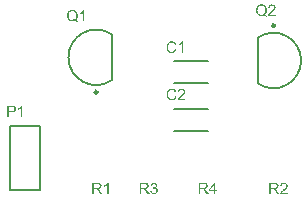
<source format=gto>
G04*
G04 #@! TF.GenerationSoftware,Altium Limited,Altium Designer,25.2.1 (25)*
G04*
G04 Layer_Color=65535*
%FSLAX44Y44*%
%MOMM*%
G71*
G04*
G04 #@! TF.SameCoordinates,E59C81FF-183B-4B4C-A30A-65E7F72278B8*
G04*
G04*
G04 #@! TF.FilePolarity,Positive*
G04*
G01*
G75*
%ADD10C,0.2000*%
%ADD11C,0.2500*%
G36*
X190916Y110318D02*
X192220D01*
Y109236D01*
X190916D01*
Y106934D01*
X189737D01*
Y109236D01*
X185563D01*
Y110318D01*
X189959Y116531D01*
X190916D01*
Y110318D01*
D02*
G37*
G36*
X181347Y116517D02*
X181472D01*
X181763Y116503D01*
X182068Y116462D01*
X182401Y116420D01*
X182706Y116351D01*
X182858Y116309D01*
X182983Y116267D01*
X182997D01*
X183011Y116254D01*
X183094Y116212D01*
X183219Y116157D01*
X183372Y116059D01*
X183538Y115935D01*
X183718Y115768D01*
X183885Y115574D01*
X184051Y115352D01*
Y115338D01*
X184065Y115324D01*
X184120Y115241D01*
X184176Y115103D01*
X184259Y114922D01*
X184328Y114714D01*
X184398Y114465D01*
X184439Y114201D01*
X184453Y113910D01*
Y113896D01*
Y113868D01*
Y113813D01*
X184439Y113743D01*
Y113646D01*
X184426Y113549D01*
X184370Y113314D01*
X184287Y113036D01*
X184176Y112745D01*
X184009Y112454D01*
X183899Y112315D01*
X183787Y112176D01*
X183774Y112162D01*
X183760Y112149D01*
X183718Y112107D01*
X183663Y112065D01*
X183593Y112010D01*
X183510Y111954D01*
X183399Y111885D01*
X183288Y111802D01*
X183150Y111733D01*
X182997Y111663D01*
X182831Y111580D01*
X182650Y111511D01*
X182442Y111455D01*
X182234Y111386D01*
X181999Y111344D01*
X181749Y111302D01*
X181777Y111289D01*
X181832Y111261D01*
X181915Y111206D01*
X182026Y111150D01*
X182276Y110997D01*
X182401Y110900D01*
X182512Y110817D01*
X182539Y110789D01*
X182609Y110720D01*
X182720Y110609D01*
X182858Y110470D01*
X183011Y110276D01*
X183191Y110068D01*
X183372Y109819D01*
X183566Y109541D01*
X185216Y106934D01*
X183635D01*
X182373Y108931D01*
Y108945D01*
X182345Y108973D01*
X182318Y109014D01*
X182276Y109070D01*
X182179Y109222D01*
X182054Y109416D01*
X181901Y109625D01*
X181749Y109846D01*
X181596Y110054D01*
X181458Y110248D01*
X181444Y110262D01*
X181402Y110318D01*
X181333Y110401D01*
X181236Y110498D01*
X181028Y110706D01*
X180917Y110803D01*
X180806Y110886D01*
X180792Y110900D01*
X180764Y110914D01*
X180709Y110942D01*
X180625Y110984D01*
X180542Y111025D01*
X180445Y111067D01*
X180223Y111136D01*
X180210D01*
X180182Y111150D01*
X180126D01*
X180057Y111164D01*
X179960Y111178D01*
X179849D01*
X179696Y111192D01*
X178060D01*
Y106934D01*
X176784D01*
Y116531D01*
X181236D01*
X181347Y116517D01*
D02*
G37*
G36*
X139228Y116559D02*
X139408Y116531D01*
X139630Y116489D01*
X139879Y116420D01*
X140129Y116337D01*
X140379Y116226D01*
X140393D01*
X140406Y116212D01*
X140490Y116170D01*
X140614Y116087D01*
X140753Y115990D01*
X140920Y115851D01*
X141086Y115699D01*
X141252Y115519D01*
X141391Y115310D01*
X141405Y115283D01*
X141447Y115213D01*
X141502Y115089D01*
X141571Y114936D01*
X141641Y114756D01*
X141696Y114548D01*
X141738Y114312D01*
X141752Y114076D01*
Y114049D01*
Y113965D01*
X141738Y113854D01*
X141710Y113702D01*
X141668Y113521D01*
X141599Y113327D01*
X141516Y113133D01*
X141405Y112939D01*
X141391Y112911D01*
X141349Y112856D01*
X141266Y112759D01*
X141155Y112648D01*
X141017Y112523D01*
X140850Y112384D01*
X140656Y112260D01*
X140420Y112135D01*
X140434D01*
X140462Y112121D01*
X140504Y112107D01*
X140559Y112093D01*
X140711Y112038D01*
X140906Y111954D01*
X141128Y111843D01*
X141349Y111705D01*
X141558Y111524D01*
X141752Y111316D01*
X141765Y111289D01*
X141821Y111206D01*
X141904Y111067D01*
X141987Y110886D01*
X142071Y110665D01*
X142154Y110401D01*
X142209Y110096D01*
X142223Y109763D01*
Y109749D01*
Y109708D01*
Y109638D01*
X142209Y109555D01*
X142195Y109444D01*
X142168Y109319D01*
X142140Y109181D01*
X142112Y109028D01*
X142001Y108695D01*
X141918Y108515D01*
X141835Y108349D01*
X141724Y108168D01*
X141599Y107988D01*
X141460Y107808D01*
X141294Y107641D01*
X141280Y107627D01*
X141252Y107600D01*
X141197Y107558D01*
X141128Y107503D01*
X141044Y107433D01*
X140933Y107364D01*
X140809Y107281D01*
X140656Y107211D01*
X140504Y107128D01*
X140323Y107045D01*
X140143Y106976D01*
X139935Y106906D01*
X139713Y106851D01*
X139477Y106809D01*
X139241Y106781D01*
X138978Y106768D01*
X138853D01*
X138770Y106781D01*
X138659Y106795D01*
X138534Y106809D01*
X138396Y106837D01*
X138243Y106865D01*
X137910Y106948D01*
X137563Y107087D01*
X137383Y107170D01*
X137217Y107267D01*
X137050Y107392D01*
X136884Y107516D01*
X136870Y107530D01*
X136842Y107558D01*
X136801Y107600D01*
X136759Y107655D01*
X136690Y107725D01*
X136620Y107822D01*
X136537Y107919D01*
X136454Y108043D01*
X136371Y108182D01*
X136287Y108321D01*
X136135Y108654D01*
X136010Y109042D01*
X135969Y109250D01*
X135941Y109472D01*
X137120Y109625D01*
Y109611D01*
X137133Y109583D01*
X137147Y109527D01*
X137161Y109458D01*
X137175Y109375D01*
X137203Y109278D01*
X137272Y109070D01*
X137369Y108820D01*
X137494Y108584D01*
X137633Y108362D01*
X137799Y108168D01*
X137827Y108154D01*
X137882Y108099D01*
X137993Y108030D01*
X138132Y107960D01*
X138298Y107877D01*
X138506Y107808D01*
X138742Y107752D01*
X138992Y107738D01*
X139075D01*
X139130Y107752D01*
X139283Y107766D01*
X139477Y107808D01*
X139699Y107877D01*
X139935Y107974D01*
X140171Y108113D01*
X140393Y108307D01*
X140420Y108335D01*
X140490Y108418D01*
X140573Y108543D01*
X140684Y108709D01*
X140795Y108917D01*
X140878Y109153D01*
X140947Y109430D01*
X140975Y109735D01*
Y109749D01*
Y109777D01*
Y109819D01*
X140961Y109874D01*
X140947Y110027D01*
X140906Y110207D01*
X140850Y110429D01*
X140753Y110651D01*
X140614Y110873D01*
X140434Y111081D01*
X140406Y111108D01*
X140337Y111164D01*
X140226Y111247D01*
X140073Y111344D01*
X139879Y111441D01*
X139644Y111524D01*
X139380Y111580D01*
X139089Y111608D01*
X138964D01*
X138867Y111594D01*
X138742Y111580D01*
X138603Y111552D01*
X138437Y111524D01*
X138257Y111483D01*
X138396Y112523D01*
X138465D01*
X138520Y112509D01*
X138701D01*
X138853Y112537D01*
X139033Y112565D01*
X139241Y112606D01*
X139477Y112676D01*
X139699Y112773D01*
X139935Y112897D01*
X139949D01*
X139963Y112911D01*
X140032Y112967D01*
X140129Y113064D01*
X140240Y113189D01*
X140351Y113369D01*
X140448Y113577D01*
X140517Y113813D01*
X140545Y113951D01*
Y114104D01*
Y114118D01*
Y114132D01*
Y114215D01*
X140517Y114326D01*
X140490Y114478D01*
X140434Y114645D01*
X140365Y114825D01*
X140254Y115005D01*
X140101Y115172D01*
X140087Y115186D01*
X140018Y115241D01*
X139921Y115310D01*
X139796Y115394D01*
X139630Y115463D01*
X139436Y115532D01*
X139214Y115588D01*
X138964Y115602D01*
X138853D01*
X138728Y115574D01*
X138562Y115546D01*
X138382Y115491D01*
X138201Y115421D01*
X138007Y115310D01*
X137827Y115172D01*
X137813Y115158D01*
X137758Y115089D01*
X137674Y114992D01*
X137577Y114853D01*
X137480Y114673D01*
X137383Y114451D01*
X137300Y114187D01*
X137244Y113882D01*
X136066Y114090D01*
Y114104D01*
X136079Y114146D01*
X136093Y114201D01*
X136107Y114284D01*
X136135Y114381D01*
X136177Y114492D01*
X136260Y114756D01*
X136398Y115061D01*
X136565Y115366D01*
X136773Y115657D01*
X137036Y115921D01*
X137050Y115935D01*
X137078Y115948D01*
X137120Y115976D01*
X137175Y116018D01*
X137244Y116073D01*
X137341Y116129D01*
X137438Y116184D01*
X137563Y116254D01*
X137841Y116364D01*
X138160Y116475D01*
X138534Y116545D01*
X138728Y116573D01*
X139075D01*
X139228Y116559D01*
D02*
G37*
G36*
X131309Y116517D02*
X131433D01*
X131725Y116503D01*
X132030Y116462D01*
X132363Y116420D01*
X132668Y116351D01*
X132820Y116309D01*
X132945Y116267D01*
X132959D01*
X132973Y116254D01*
X133056Y116212D01*
X133181Y116157D01*
X133334Y116059D01*
X133500Y115935D01*
X133680Y115768D01*
X133847Y115574D01*
X134013Y115352D01*
Y115338D01*
X134027Y115324D01*
X134082Y115241D01*
X134138Y115103D01*
X134221Y114922D01*
X134290Y114714D01*
X134360Y114465D01*
X134401Y114201D01*
X134415Y113910D01*
Y113896D01*
Y113868D01*
Y113813D01*
X134401Y113743D01*
Y113646D01*
X134388Y113549D01*
X134332Y113314D01*
X134249Y113036D01*
X134138Y112745D01*
X133971Y112454D01*
X133861Y112315D01*
X133750Y112176D01*
X133736Y112162D01*
X133722Y112149D01*
X133680Y112107D01*
X133625Y112065D01*
X133555Y112010D01*
X133472Y111954D01*
X133361Y111885D01*
X133250Y111802D01*
X133112Y111733D01*
X132959Y111663D01*
X132793Y111580D01*
X132612Y111511D01*
X132404Y111455D01*
X132196Y111386D01*
X131960Y111344D01*
X131711Y111302D01*
X131739Y111289D01*
X131794Y111261D01*
X131877Y111206D01*
X131988Y111150D01*
X132238Y110997D01*
X132363Y110900D01*
X132474Y110817D01*
X132501Y110789D01*
X132571Y110720D01*
X132682Y110609D01*
X132820Y110470D01*
X132973Y110276D01*
X133153Y110068D01*
X133334Y109819D01*
X133528Y109541D01*
X135178Y106934D01*
X133597D01*
X132335Y108931D01*
Y108945D01*
X132307Y108973D01*
X132280Y109014D01*
X132238Y109070D01*
X132141Y109222D01*
X132016Y109416D01*
X131863Y109625D01*
X131711Y109846D01*
X131558Y110054D01*
X131420Y110248D01*
X131406Y110262D01*
X131364Y110318D01*
X131295Y110401D01*
X131198Y110498D01*
X130990Y110706D01*
X130879Y110803D01*
X130768Y110886D01*
X130754Y110900D01*
X130726Y110914D01*
X130671Y110942D01*
X130588Y110984D01*
X130504Y111025D01*
X130407Y111067D01*
X130185Y111136D01*
X130171D01*
X130144Y111150D01*
X130088D01*
X130019Y111164D01*
X129922Y111178D01*
X129811D01*
X129658Y111192D01*
X128022D01*
Y106934D01*
X126746D01*
Y116531D01*
X131198D01*
X131309Y116517D01*
D02*
G37*
G36*
X249321Y116559D02*
X249431Y116545D01*
X249570Y116531D01*
X249723Y116503D01*
X249875Y116475D01*
X250236Y116378D01*
X250596Y116240D01*
X250777Y116157D01*
X250957Y116059D01*
X251123Y115935D01*
X251276Y115796D01*
X251290Y115782D01*
X251318Y115768D01*
X251345Y115713D01*
X251401Y115657D01*
X251470Y115588D01*
X251539Y115491D01*
X251609Y115394D01*
X251692Y115269D01*
X251831Y115005D01*
X251969Y114673D01*
X252025Y114506D01*
X252053Y114312D01*
X252080Y114118D01*
X252094Y113910D01*
Y113882D01*
Y113813D01*
X252080Y113702D01*
X252066Y113549D01*
X252039Y113383D01*
X251983Y113189D01*
X251928Y112981D01*
X251845Y112773D01*
X251831Y112745D01*
X251803Y112676D01*
X251747Y112565D01*
X251664Y112412D01*
X251553Y112246D01*
X251415Y112038D01*
X251248Y111830D01*
X251054Y111594D01*
X251026Y111566D01*
X250957Y111483D01*
X250888Y111413D01*
X250818Y111344D01*
X250735Y111261D01*
X250624Y111150D01*
X250513Y111039D01*
X250375Y110914D01*
X250236Y110775D01*
X250069Y110623D01*
X249889Y110470D01*
X249695Y110290D01*
X249473Y110110D01*
X249251Y109916D01*
X249237Y109902D01*
X249210Y109874D01*
X249154Y109832D01*
X249085Y109777D01*
X249002Y109694D01*
X248904Y109611D01*
X248683Y109430D01*
X248447Y109222D01*
X248225Y109014D01*
X248031Y108834D01*
X247948Y108765D01*
X247878Y108695D01*
X247864Y108681D01*
X247823Y108640D01*
X247767Y108584D01*
X247698Y108501D01*
X247629Y108404D01*
X247545Y108307D01*
X247379Y108071D01*
X252108D01*
Y106934D01*
X245742D01*
Y106948D01*
Y107003D01*
Y107087D01*
X245756Y107198D01*
X245770Y107322D01*
X245798Y107461D01*
X245826Y107600D01*
X245881Y107752D01*
Y107766D01*
X245895Y107780D01*
X245923Y107863D01*
X245978Y107988D01*
X246061Y108154D01*
X246172Y108349D01*
X246311Y108570D01*
X246464Y108792D01*
X246658Y109028D01*
Y109042D01*
X246686Y109056D01*
X246755Y109139D01*
X246880Y109264D01*
X247060Y109444D01*
X247268Y109652D01*
X247532Y109902D01*
X247850Y110179D01*
X248197Y110470D01*
X248211Y110484D01*
X248267Y110526D01*
X248350Y110595D01*
X248447Y110679D01*
X248572Y110789D01*
X248724Y110914D01*
X248877Y111053D01*
X249057Y111206D01*
X249404Y111538D01*
X249750Y111871D01*
X249917Y112038D01*
X250069Y112204D01*
X250208Y112357D01*
X250319Y112509D01*
Y112523D01*
X250347Y112537D01*
X250375Y112578D01*
X250402Y112634D01*
X250499Y112787D01*
X250610Y112967D01*
X250707Y113189D01*
X250804Y113424D01*
X250860Y113688D01*
X250888Y113938D01*
Y113951D01*
Y113965D01*
X250874Y114049D01*
X250860Y114187D01*
X250818Y114340D01*
X250763Y114534D01*
X250666Y114728D01*
X250541Y114922D01*
X250375Y115116D01*
X250347Y115144D01*
X250277Y115200D01*
X250180Y115269D01*
X250028Y115366D01*
X249834Y115449D01*
X249612Y115532D01*
X249348Y115588D01*
X249057Y115602D01*
X248974D01*
X248918Y115588D01*
X248752Y115574D01*
X248558Y115532D01*
X248350Y115477D01*
X248114Y115380D01*
X247892Y115255D01*
X247684Y115089D01*
X247656Y115061D01*
X247601Y114992D01*
X247518Y114881D01*
X247434Y114714D01*
X247337Y114520D01*
X247254Y114270D01*
X247199Y113993D01*
X247171Y113674D01*
X245964Y113799D01*
Y113813D01*
X245978Y113854D01*
Y113924D01*
X245992Y114021D01*
X246020Y114132D01*
X246048Y114256D01*
X246089Y114409D01*
X246131Y114562D01*
X246242Y114895D01*
X246408Y115227D01*
X246505Y115394D01*
X246630Y115560D01*
X246755Y115713D01*
X246894Y115851D01*
X246907Y115865D01*
X246935Y115879D01*
X246977Y115921D01*
X247046Y115962D01*
X247129Y116018D01*
X247226Y116073D01*
X247337Y116143D01*
X247476Y116212D01*
X247629Y116281D01*
X247795Y116351D01*
X247975Y116406D01*
X248169Y116462D01*
X248377Y116503D01*
X248599Y116545D01*
X248835Y116559D01*
X249085Y116573D01*
X249223D01*
X249321Y116559D01*
D02*
G37*
G36*
X241291Y116517D02*
X241416D01*
X241707Y116503D01*
X242012Y116462D01*
X242345Y116420D01*
X242650Y116351D01*
X242802Y116309D01*
X242927Y116267D01*
X242941D01*
X242955Y116254D01*
X243038Y116212D01*
X243163Y116157D01*
X243316Y116059D01*
X243482Y115935D01*
X243662Y115768D01*
X243829Y115574D01*
X243995Y115352D01*
Y115338D01*
X244009Y115324D01*
X244064Y115241D01*
X244120Y115103D01*
X244203Y114922D01*
X244272Y114714D01*
X244342Y114465D01*
X244383Y114201D01*
X244397Y113910D01*
Y113896D01*
Y113868D01*
Y113813D01*
X244383Y113743D01*
Y113646D01*
X244370Y113549D01*
X244314Y113314D01*
X244231Y113036D01*
X244120Y112745D01*
X243953Y112454D01*
X243843Y112315D01*
X243731Y112176D01*
X243718Y112162D01*
X243704Y112149D01*
X243662Y112107D01*
X243607Y112065D01*
X243537Y112010D01*
X243454Y111954D01*
X243343Y111885D01*
X243232Y111802D01*
X243094Y111733D01*
X242941Y111663D01*
X242775Y111580D01*
X242594Y111511D01*
X242386Y111455D01*
X242178Y111386D01*
X241943Y111344D01*
X241693Y111302D01*
X241721Y111289D01*
X241776Y111261D01*
X241859Y111206D01*
X241970Y111150D01*
X242220Y110997D01*
X242345Y110900D01*
X242456Y110817D01*
X242483Y110789D01*
X242553Y110720D01*
X242664Y110609D01*
X242802Y110470D01*
X242955Y110276D01*
X243135Y110068D01*
X243316Y109819D01*
X243510Y109541D01*
X245160Y106934D01*
X243579D01*
X242317Y108931D01*
Y108945D01*
X242289Y108973D01*
X242262Y109014D01*
X242220Y109070D01*
X242123Y109222D01*
X241998Y109416D01*
X241845Y109625D01*
X241693Y109846D01*
X241540Y110054D01*
X241402Y110248D01*
X241388Y110262D01*
X241346Y110318D01*
X241277Y110401D01*
X241180Y110498D01*
X240972Y110706D01*
X240861Y110803D01*
X240750Y110886D01*
X240736Y110900D01*
X240708Y110914D01*
X240653Y110942D01*
X240569Y110984D01*
X240486Y111025D01*
X240389Y111067D01*
X240167Y111136D01*
X240154D01*
X240126Y111150D01*
X240070D01*
X240001Y111164D01*
X239904Y111178D01*
X239793D01*
X239640Y111192D01*
X238004D01*
Y106934D01*
X236728D01*
Y116531D01*
X241180D01*
X241291Y116517D01*
D02*
G37*
G36*
X100487Y106934D02*
X99308D01*
Y114437D01*
X99294Y114423D01*
X99225Y114368D01*
X99142Y114284D01*
X99003Y114187D01*
X98850Y114062D01*
X98656Y113924D01*
X98434Y113771D01*
X98185Y113619D01*
X98171D01*
X98157Y113605D01*
X98074Y113549D01*
X97935Y113480D01*
X97769Y113397D01*
X97574Y113300D01*
X97366Y113202D01*
X97158Y113105D01*
X96950Y113022D01*
Y114159D01*
X96964D01*
X96992Y114187D01*
X97047Y114201D01*
X97117Y114243D01*
X97200Y114284D01*
X97297Y114340D01*
X97533Y114478D01*
X97810Y114631D01*
X98088Y114825D01*
X98379Y115047D01*
X98670Y115283D01*
X98684Y115297D01*
X98698Y115310D01*
X98739Y115352D01*
X98795Y115394D01*
X98920Y115532D01*
X99086Y115699D01*
X99253Y115893D01*
X99433Y116115D01*
X99585Y116337D01*
X99724Y116573D01*
X100487D01*
Y106934D01*
D02*
G37*
G36*
X91431Y116517D02*
X91556D01*
X91847Y116503D01*
X92152Y116462D01*
X92485Y116420D01*
X92790Y116351D01*
X92942Y116309D01*
X93067Y116267D01*
X93081D01*
X93095Y116254D01*
X93178Y116212D01*
X93303Y116157D01*
X93455Y116059D01*
X93622Y115935D01*
X93802Y115768D01*
X93969Y115574D01*
X94135Y115352D01*
Y115338D01*
X94149Y115324D01*
X94204Y115241D01*
X94260Y115103D01*
X94343Y114922D01*
X94412Y114714D01*
X94482Y114465D01*
X94523Y114201D01*
X94537Y113910D01*
Y113896D01*
Y113868D01*
Y113813D01*
X94523Y113743D01*
Y113646D01*
X94509Y113549D01*
X94454Y113314D01*
X94371Y113036D01*
X94260Y112745D01*
X94093Y112454D01*
X93982Y112315D01*
X93871Y112176D01*
X93858Y112162D01*
X93844Y112149D01*
X93802Y112107D01*
X93747Y112065D01*
X93677Y112010D01*
X93594Y111954D01*
X93483Y111885D01*
X93372Y111802D01*
X93234Y111733D01*
X93081Y111663D01*
X92915Y111580D01*
X92734Y111511D01*
X92526Y111455D01*
X92318Y111386D01*
X92083Y111344D01*
X91833Y111302D01*
X91861Y111289D01*
X91916Y111261D01*
X91999Y111206D01*
X92110Y111150D01*
X92360Y110997D01*
X92485Y110900D01*
X92596Y110817D01*
X92623Y110789D01*
X92693Y110720D01*
X92804Y110609D01*
X92942Y110470D01*
X93095Y110276D01*
X93275Y110068D01*
X93455Y109819D01*
X93650Y109541D01*
X95300Y106934D01*
X93719D01*
X92457Y108931D01*
Y108945D01*
X92429Y108973D01*
X92402Y109014D01*
X92360Y109070D01*
X92263Y109222D01*
X92138Y109416D01*
X91985Y109625D01*
X91833Y109846D01*
X91680Y110054D01*
X91542Y110248D01*
X91528Y110262D01*
X91486Y110318D01*
X91417Y110401D01*
X91320Y110498D01*
X91112Y110706D01*
X91001Y110803D01*
X90890Y110886D01*
X90876Y110900D01*
X90848Y110914D01*
X90793Y110942D01*
X90709Y110984D01*
X90626Y111025D01*
X90529Y111067D01*
X90307Y111136D01*
X90294D01*
X90266Y111150D01*
X90210D01*
X90141Y111164D01*
X90044Y111178D01*
X89933D01*
X89780Y111192D01*
X88144D01*
Y106934D01*
X86868D01*
Y116531D01*
X91320D01*
X91431Y116517D01*
D02*
G37*
G36*
X239111Y267435D02*
X239222Y267421D01*
X239361Y267407D01*
X239513Y267379D01*
X239666Y267351D01*
X240026Y267254D01*
X240387Y267116D01*
X240567Y267033D01*
X240747Y266935D01*
X240914Y266811D01*
X241066Y266672D01*
X241080Y266658D01*
X241108Y266644D01*
X241136Y266589D01*
X241191Y266533D01*
X241261Y266464D01*
X241330Y266367D01*
X241399Y266270D01*
X241482Y266145D01*
X241621Y265881D01*
X241760Y265549D01*
X241815Y265382D01*
X241843Y265188D01*
X241871Y264994D01*
X241885Y264786D01*
Y264758D01*
Y264689D01*
X241871Y264578D01*
X241857Y264425D01*
X241829Y264259D01*
X241774Y264065D01*
X241718Y263857D01*
X241635Y263649D01*
X241621Y263621D01*
X241593Y263552D01*
X241538Y263441D01*
X241455Y263288D01*
X241344Y263122D01*
X241205Y262914D01*
X241039Y262705D01*
X240844Y262470D01*
X240817Y262442D01*
X240747Y262359D01*
X240678Y262290D01*
X240609Y262220D01*
X240525Y262137D01*
X240415Y262026D01*
X240304Y261915D01*
X240165Y261790D01*
X240026Y261651D01*
X239860Y261499D01*
X239680Y261346D01*
X239485Y261166D01*
X239263Y260986D01*
X239042Y260792D01*
X239028Y260778D01*
X239000Y260750D01*
X238944Y260709D01*
X238875Y260653D01*
X238792Y260570D01*
X238695Y260487D01*
X238473Y260306D01*
X238237Y260098D01*
X238015Y259890D01*
X237821Y259710D01*
X237738Y259641D01*
X237669Y259571D01*
X237655Y259557D01*
X237613Y259516D01*
X237558Y259460D01*
X237488Y259377D01*
X237419Y259280D01*
X237336Y259183D01*
X237169Y258947D01*
X241898D01*
Y257810D01*
X235533D01*
Y257824D01*
Y257879D01*
Y257963D01*
X235547Y258074D01*
X235561Y258198D01*
X235588Y258337D01*
X235616Y258476D01*
X235672Y258628D01*
Y258642D01*
X235685Y258656D01*
X235713Y258739D01*
X235769Y258864D01*
X235852Y259030D01*
X235963Y259225D01*
X236101Y259447D01*
X236254Y259668D01*
X236448Y259904D01*
Y259918D01*
X236476Y259932D01*
X236545Y260015D01*
X236670Y260140D01*
X236850Y260320D01*
X237058Y260528D01*
X237322Y260778D01*
X237641Y261055D01*
X237988Y261346D01*
X238001Y261360D01*
X238057Y261402D01*
X238140Y261471D01*
X238237Y261555D01*
X238362Y261665D01*
X238515Y261790D01*
X238667Y261929D01*
X238847Y262082D01*
X239194Y262414D01*
X239541Y262747D01*
X239707Y262914D01*
X239860Y263080D01*
X239998Y263232D01*
X240110Y263385D01*
Y263399D01*
X240137Y263413D01*
X240165Y263454D01*
X240193Y263510D01*
X240290Y263662D01*
X240401Y263843D01*
X240498Y264065D01*
X240595Y264300D01*
X240650Y264564D01*
X240678Y264813D01*
Y264827D01*
Y264841D01*
X240664Y264925D01*
X240650Y265063D01*
X240609Y265216D01*
X240553Y265410D01*
X240456Y265604D01*
X240331Y265798D01*
X240165Y265992D01*
X240137Y266020D01*
X240068Y266076D01*
X239971Y266145D01*
X239818Y266242D01*
X239624Y266325D01*
X239402Y266408D01*
X239139Y266464D01*
X238847Y266478D01*
X238764D01*
X238709Y266464D01*
X238542Y266450D01*
X238348Y266408D01*
X238140Y266353D01*
X237904Y266256D01*
X237682Y266131D01*
X237474Y265965D01*
X237447Y265937D01*
X237391Y265868D01*
X237308Y265757D01*
X237225Y265590D01*
X237128Y265396D01*
X237045Y265146D01*
X236989Y264869D01*
X236961Y264550D01*
X235755Y264675D01*
Y264689D01*
X235769Y264730D01*
Y264800D01*
X235783Y264897D01*
X235810Y265008D01*
X235838Y265133D01*
X235880Y265285D01*
X235921Y265438D01*
X236032Y265770D01*
X236199Y266103D01*
X236296Y266270D01*
X236420Y266436D01*
X236545Y266589D01*
X236684Y266727D01*
X236698Y266741D01*
X236726Y266755D01*
X236767Y266797D01*
X236836Y266838D01*
X236920Y266894D01*
X237017Y266949D01*
X237128Y267019D01*
X237266Y267088D01*
X237419Y267157D01*
X237585Y267227D01*
X237766Y267282D01*
X237960Y267338D01*
X238168Y267379D01*
X238390Y267421D01*
X238626Y267435D01*
X238875Y267449D01*
X239014D01*
X239111Y267435D01*
D02*
G37*
G36*
X230110Y267560D02*
X230235D01*
X230360Y267546D01*
X230526Y267518D01*
X230693Y267490D01*
X231053Y267421D01*
X231469Y267310D01*
X231872Y267143D01*
X232080Y267046D01*
X232288Y266935D01*
X232302Y266922D01*
X232329Y266908D01*
X232385Y266866D01*
X232468Y266824D01*
X232551Y266755D01*
X232662Y266672D01*
X232898Y266478D01*
X233148Y266228D01*
X233425Y265923D01*
X233688Y265562D01*
X233910Y265160D01*
Y265146D01*
X233938Y265105D01*
X233966Y265049D01*
X233993Y264966D01*
X234049Y264855D01*
X234091Y264730D01*
X234146Y264578D01*
X234202Y264411D01*
X234243Y264231D01*
X234299Y264037D01*
X234354Y263829D01*
X234396Y263607D01*
X234451Y263122D01*
X234479Y262609D01*
Y262595D01*
Y262553D01*
Y262498D01*
Y262414D01*
X234465Y262303D01*
Y262178D01*
X234451Y262040D01*
X234437Y261901D01*
X234396Y261568D01*
X234326Y261208D01*
X234243Y260833D01*
X234118Y260473D01*
Y260459D01*
X234104Y260431D01*
X234077Y260376D01*
X234049Y260320D01*
X234007Y260237D01*
X233966Y260140D01*
X233855Y259918D01*
X233702Y259655D01*
X233508Y259377D01*
X233286Y259100D01*
X233037Y258822D01*
X233050D01*
X233078Y258795D01*
X233120Y258767D01*
X233189Y258725D01*
X233258Y258670D01*
X233356Y258614D01*
X233564Y258490D01*
X233813Y258337D01*
X234091Y258184D01*
X234382Y258060D01*
X234659Y257935D01*
X234285Y257061D01*
X234271D01*
X234243Y257075D01*
X234188Y257103D01*
X234104Y257130D01*
X234007Y257172D01*
X233896Y257227D01*
X233772Y257283D01*
X233633Y257352D01*
X233328Y257519D01*
X232981Y257713D01*
X232607Y257963D01*
X232218Y258240D01*
X232204D01*
X232177Y258212D01*
X232107Y258184D01*
X232038Y258143D01*
X231927Y258101D01*
X231816Y258046D01*
X231677Y258004D01*
X231525Y257949D01*
X231359Y257893D01*
X231178Y257838D01*
X230776Y257741D01*
X230332Y257671D01*
X230096Y257657D01*
X229861Y257644D01*
X229736D01*
X229639Y257657D01*
X229528D01*
X229389Y257671D01*
X229237Y257699D01*
X229070Y257727D01*
X228710Y257796D01*
X228307Y257907D01*
X227891Y258060D01*
X227697Y258157D01*
X227489Y258268D01*
X227475Y258281D01*
X227448Y258295D01*
X227392Y258337D01*
X227323Y258379D01*
X227226Y258448D01*
X227129Y258531D01*
X226893Y258725D01*
X226629Y258975D01*
X226366Y259280D01*
X226102Y259627D01*
X225867Y260029D01*
Y260043D01*
X225839Y260084D01*
X225811Y260140D01*
X225783Y260223D01*
X225742Y260334D01*
X225686Y260459D01*
X225631Y260611D01*
X225589Y260778D01*
X225534Y260958D01*
X225478Y261152D01*
X225437Y261360D01*
X225381Y261596D01*
X225326Y262082D01*
X225298Y262595D01*
Y262609D01*
Y262664D01*
Y262733D01*
X225312Y262830D01*
Y262955D01*
X225326Y263108D01*
X225340Y263274D01*
X225367Y263454D01*
X225437Y263857D01*
X225534Y264286D01*
X225672Y264744D01*
X225867Y265188D01*
X225881Y265202D01*
X225894Y265243D01*
X225922Y265299D01*
X225978Y265382D01*
X226033Y265479D01*
X226102Y265590D01*
X226297Y265854D01*
X226518Y266131D01*
X226810Y266422D01*
X227129Y266714D01*
X227503Y266963D01*
X227517Y266977D01*
X227558Y266991D01*
X227614Y267019D01*
X227697Y267060D01*
X227794Y267102D01*
X227905Y267157D01*
X228044Y267213D01*
X228197Y267268D01*
X228377Y267324D01*
X228557Y267379D01*
X228959Y267476D01*
X229403Y267546D01*
X229639Y267573D01*
X230013D01*
X230110Y267560D01*
D02*
G37*
G36*
X80117Y253238D02*
X78938D01*
Y260741D01*
X78924Y260727D01*
X78855Y260672D01*
X78772Y260588D01*
X78633Y260491D01*
X78481Y260366D01*
X78287Y260228D01*
X78065Y260075D01*
X77815Y259923D01*
X77801D01*
X77787Y259909D01*
X77704Y259853D01*
X77565Y259784D01*
X77399Y259701D01*
X77205Y259604D01*
X76997Y259506D01*
X76789Y259409D01*
X76581Y259326D01*
Y260463D01*
X76595D01*
X76622Y260491D01*
X76678Y260505D01*
X76747Y260547D01*
X76830Y260588D01*
X76927Y260644D01*
X77163Y260782D01*
X77441Y260935D01*
X77718Y261129D01*
X78009Y261351D01*
X78300Y261587D01*
X78314Y261601D01*
X78328Y261614D01*
X78370Y261656D01*
X78425Y261698D01*
X78550Y261836D01*
X78717Y262003D01*
X78883Y262197D01*
X79063Y262419D01*
X79216Y262641D01*
X79354Y262876D01*
X80117D01*
Y253238D01*
D02*
G37*
G36*
X70090Y262987D02*
X70215D01*
X70340Y262974D01*
X70506Y262946D01*
X70673Y262918D01*
X71033Y262849D01*
X71449Y262738D01*
X71852Y262571D01*
X72060Y262474D01*
X72268Y262363D01*
X72281Y262349D01*
X72309Y262336D01*
X72365Y262294D01*
X72448Y262253D01*
X72531Y262183D01*
X72642Y262100D01*
X72878Y261906D01*
X73127Y261656D01*
X73405Y261351D01*
X73668Y260990D01*
X73890Y260588D01*
Y260574D01*
X73918Y260533D01*
X73946Y260477D01*
X73973Y260394D01*
X74029Y260283D01*
X74071Y260158D01*
X74126Y260006D01*
X74181Y259839D01*
X74223Y259659D01*
X74279Y259465D01*
X74334Y259257D01*
X74376Y259035D01*
X74431Y258550D01*
X74459Y258036D01*
Y258023D01*
Y257981D01*
Y257925D01*
Y257842D01*
X74445Y257731D01*
Y257607D01*
X74431Y257468D01*
X74417Y257329D01*
X74376Y256996D01*
X74306Y256636D01*
X74223Y256261D01*
X74098Y255901D01*
Y255887D01*
X74084Y255859D01*
X74057Y255804D01*
X74029Y255748D01*
X73987Y255665D01*
X73946Y255568D01*
X73835Y255346D01*
X73682Y255082D01*
X73488Y254805D01*
X73266Y254528D01*
X73017Y254250D01*
X73030D01*
X73058Y254223D01*
X73100Y254195D01*
X73169Y254153D01*
X73239Y254098D01*
X73335Y254042D01*
X73544Y253918D01*
X73793Y253765D01*
X74071Y253612D01*
X74362Y253488D01*
X74639Y253363D01*
X74265Y252489D01*
X74251D01*
X74223Y252503D01*
X74168Y252531D01*
X74084Y252558D01*
X73987Y252600D01*
X73876Y252656D01*
X73752Y252711D01*
X73613Y252780D01*
X73308Y252947D01*
X72961Y253141D01*
X72587Y253391D01*
X72198Y253668D01*
X72185D01*
X72157Y253640D01*
X72087Y253612D01*
X72018Y253571D01*
X71907Y253529D01*
X71796Y253474D01*
X71658Y253432D01*
X71505Y253377D01*
X71339Y253321D01*
X71158Y253266D01*
X70756Y253169D01*
X70312Y253099D01*
X70076Y253085D01*
X69841Y253072D01*
X69716D01*
X69619Y253085D01*
X69508D01*
X69369Y253099D01*
X69217Y253127D01*
X69050Y253155D01*
X68690Y253224D01*
X68287Y253335D01*
X67871Y253488D01*
X67677Y253585D01*
X67469Y253696D01*
X67455Y253710D01*
X67428Y253723D01*
X67372Y253765D01*
X67303Y253807D01*
X67206Y253876D01*
X67109Y253959D01*
X66873Y254153D01*
X66609Y254403D01*
X66346Y254708D01*
X66082Y255055D01*
X65847Y255457D01*
Y255471D01*
X65819Y255512D01*
X65791Y255568D01*
X65763Y255651D01*
X65722Y255762D01*
X65666Y255887D01*
X65611Y256039D01*
X65569Y256206D01*
X65514Y256386D01*
X65458Y256580D01*
X65417Y256788D01*
X65361Y257024D01*
X65306Y257509D01*
X65278Y258023D01*
Y258036D01*
Y258092D01*
Y258161D01*
X65292Y258258D01*
Y258383D01*
X65306Y258536D01*
X65320Y258702D01*
X65347Y258882D01*
X65417Y259285D01*
X65514Y259715D01*
X65652Y260172D01*
X65847Y260616D01*
X65861Y260630D01*
X65874Y260672D01*
X65902Y260727D01*
X65958Y260810D01*
X66013Y260907D01*
X66082Y261018D01*
X66276Y261282D01*
X66498Y261559D01*
X66790Y261850D01*
X67109Y262141D01*
X67483Y262391D01*
X67497Y262405D01*
X67538Y262419D01*
X67594Y262447D01*
X67677Y262488D01*
X67774Y262530D01*
X67885Y262585D01*
X68024Y262641D01*
X68176Y262696D01*
X68357Y262752D01*
X68537Y262807D01*
X68939Y262904D01*
X69383Y262974D01*
X69619Y263001D01*
X69993D01*
X70090Y262987D01*
D02*
G37*
G36*
X27630Y172212D02*
X26451D01*
Y179715D01*
X26437Y179701D01*
X26368Y179646D01*
X26284Y179562D01*
X26146Y179465D01*
X25993Y179340D01*
X25799Y179202D01*
X25577Y179049D01*
X25327Y178897D01*
X25314D01*
X25300Y178883D01*
X25217Y178827D01*
X25078Y178758D01*
X24911Y178675D01*
X24717Y178578D01*
X24509Y178480D01*
X24301Y178383D01*
X24093Y178300D01*
Y179437D01*
X24107D01*
X24135Y179465D01*
X24190Y179479D01*
X24260Y179521D01*
X24343Y179562D01*
X24440Y179618D01*
X24676Y179756D01*
X24953Y179909D01*
X25230Y180103D01*
X25522Y180325D01*
X25813Y180561D01*
X25827Y180575D01*
X25841Y180588D01*
X25882Y180630D01*
X25938Y180672D01*
X26063Y180810D01*
X26229Y180977D01*
X26395Y181171D01*
X26576Y181393D01*
X26728Y181615D01*
X26867Y181850D01*
X27630D01*
Y172212D01*
D02*
G37*
G36*
X18879Y181795D02*
X19114Y181781D01*
X19364Y181767D01*
X19600Y181740D01*
X19808Y181712D01*
X19836D01*
X19933Y181684D01*
X20057Y181656D01*
X20224Y181615D01*
X20404Y181545D01*
X20598Y181462D01*
X20806Y181365D01*
X20987Y181254D01*
X21014Y181240D01*
X21070Y181199D01*
X21153Y181115D01*
X21264Y181018D01*
X21389Y180894D01*
X21514Y180727D01*
X21652Y180547D01*
X21763Y180339D01*
X21777Y180311D01*
X21805Y180242D01*
X21860Y180117D01*
X21916Y179951D01*
X21957Y179756D01*
X22013Y179534D01*
X22041Y179285D01*
X22055Y179021D01*
Y179007D01*
Y178966D01*
Y178910D01*
X22041Y178813D01*
X22027Y178716D01*
X22013Y178591D01*
X21985Y178453D01*
X21957Y178300D01*
X21860Y177981D01*
X21805Y177815D01*
X21722Y177635D01*
X21625Y177454D01*
X21528Y177288D01*
X21403Y177121D01*
X21264Y176955D01*
X21250Y176941D01*
X21222Y176913D01*
X21181Y176872D01*
X21112Y176830D01*
X21028Y176761D01*
X20917Y176691D01*
X20779Y176608D01*
X20626Y176539D01*
X20446Y176456D01*
X20238Y176373D01*
X20016Y176303D01*
X19752Y176248D01*
X19475Y176192D01*
X19170Y176151D01*
X18823Y176123D01*
X18463Y176109D01*
X16008D01*
Y172212D01*
X14732D01*
Y181809D01*
X18671D01*
X18879Y181795D01*
D02*
G37*
G36*
X154363Y196185D02*
X154488Y196172D01*
X154640Y196158D01*
X154793Y196144D01*
X154973Y196102D01*
X155347Y196019D01*
X155764Y195894D01*
X155972Y195811D01*
X156166Y195714D01*
X156360Y195589D01*
X156554Y195464D01*
X156568Y195450D01*
X156596Y195437D01*
X156651Y195395D01*
X156721Y195326D01*
X156790Y195256D01*
X156887Y195159D01*
X156984Y195048D01*
X157095Y194937D01*
X157206Y194799D01*
X157317Y194632D01*
X157442Y194466D01*
X157553Y194286D01*
X157650Y194077D01*
X157761Y193869D01*
X157844Y193648D01*
X157927Y193398D01*
X156679Y193107D01*
Y193121D01*
X156665Y193148D01*
X156637Y193204D01*
X156609Y193273D01*
X156582Y193356D01*
X156540Y193467D01*
X156429Y193689D01*
X156291Y193939D01*
X156124Y194188D01*
X155916Y194424D01*
X155694Y194632D01*
X155667Y194660D01*
X155583Y194715D01*
X155445Y194785D01*
X155264Y194882D01*
X155028Y194965D01*
X154765Y195048D01*
X154446Y195104D01*
X154099Y195118D01*
X153988D01*
X153919Y195104D01*
X153822D01*
X153711Y195090D01*
X153448Y195048D01*
X153156Y194993D01*
X152851Y194896D01*
X152532Y194757D01*
X152241Y194577D01*
X152227D01*
X152213Y194549D01*
X152116Y194480D01*
X151991Y194369D01*
X151839Y194202D01*
X151658Y193994D01*
X151492Y193759D01*
X151340Y193467D01*
X151201Y193148D01*
Y193134D01*
X151187Y193107D01*
X151173Y193065D01*
X151159Y192996D01*
X151131Y192913D01*
X151104Y192815D01*
X151062Y192580D01*
X151007Y192302D01*
X150951Y191997D01*
X150924Y191664D01*
X150910Y191304D01*
Y191290D01*
Y191248D01*
Y191179D01*
Y191096D01*
X150924Y190999D01*
Y190874D01*
X150937Y190735D01*
X150951Y190583D01*
X150993Y190250D01*
X151062Y189889D01*
X151145Y189529D01*
X151256Y189168D01*
Y189154D01*
X151270Y189126D01*
X151298Y189085D01*
X151326Y189016D01*
X151409Y188849D01*
X151534Y188655D01*
X151686Y188433D01*
X151880Y188197D01*
X152102Y187989D01*
X152366Y187795D01*
X152380D01*
X152407Y187781D01*
X152449Y187754D01*
X152505Y187726D01*
X152574Y187698D01*
X152657Y187656D01*
X152851Y187573D01*
X153101Y187490D01*
X153378Y187421D01*
X153683Y187365D01*
X154002Y187351D01*
X154099D01*
X154183Y187365D01*
X154280D01*
X154377Y187379D01*
X154626Y187435D01*
X154918Y187504D01*
X155209Y187615D01*
X155514Y187767D01*
X155667Y187851D01*
X155805Y187962D01*
X155819Y187975D01*
X155833Y187989D01*
X155875Y188031D01*
X155930Y188072D01*
X155985Y188142D01*
X156055Y188225D01*
X156138Y188308D01*
X156207Y188419D01*
X156291Y188544D01*
X156388Y188683D01*
X156471Y188821D01*
X156554Y188988D01*
X156623Y189168D01*
X156693Y189362D01*
X156762Y189570D01*
X156818Y189792D01*
X158094Y189473D01*
Y189459D01*
X158080Y189404D01*
X158052Y189321D01*
X158010Y189210D01*
X157969Y189085D01*
X157913Y188932D01*
X157844Y188766D01*
X157761Y188586D01*
X157566Y188197D01*
X157317Y187809D01*
X157164Y187615D01*
X157012Y187421D01*
X156845Y187254D01*
X156651Y187088D01*
X156637Y187074D01*
X156609Y187046D01*
X156540Y187019D01*
X156471Y186963D01*
X156360Y186894D01*
X156249Y186824D01*
X156096Y186755D01*
X155944Y186686D01*
X155764Y186602D01*
X155569Y186533D01*
X155361Y186464D01*
X155140Y186394D01*
X154904Y186339D01*
X154654Y186311D01*
X154391Y186283D01*
X154113Y186270D01*
X153961D01*
X153850Y186283D01*
X153725D01*
X153572Y186297D01*
X153406Y186325D01*
X153212Y186353D01*
X152810Y186422D01*
X152394Y186533D01*
X151978Y186686D01*
X151783Y186783D01*
X151589Y186894D01*
X151575Y186908D01*
X151548Y186921D01*
X151492Y186963D01*
X151437Y187019D01*
X151353Y187074D01*
X151256Y187157D01*
X151145Y187254D01*
X151034Y187365D01*
X150924Y187490D01*
X150799Y187615D01*
X150549Y187934D01*
X150313Y188308D01*
X150105Y188724D01*
Y188738D01*
X150077Y188780D01*
X150064Y188849D01*
X150022Y188932D01*
X149994Y189043D01*
X149953Y189182D01*
X149897Y189335D01*
X149856Y189501D01*
X149814Y189681D01*
X149759Y189889D01*
X149689Y190319D01*
X149634Y190805D01*
X149606Y191304D01*
Y191318D01*
Y191373D01*
Y191456D01*
X149620Y191553D01*
Y191692D01*
X149634Y191831D01*
X149648Y192011D01*
X149675Y192191D01*
X149745Y192594D01*
X149842Y193037D01*
X149980Y193481D01*
X150175Y193911D01*
X150189Y193925D01*
X150202Y193967D01*
X150230Y194022D01*
X150286Y194091D01*
X150341Y194188D01*
X150410Y194299D01*
X150591Y194549D01*
X150826Y194826D01*
X151104Y195104D01*
X151423Y195381D01*
X151797Y195617D01*
X151811Y195631D01*
X151853Y195645D01*
X151908Y195672D01*
X151978Y195714D01*
X152088Y195756D01*
X152199Y195797D01*
X152338Y195853D01*
X152491Y195908D01*
X152657Y195964D01*
X152837Y196019D01*
X153226Y196102D01*
X153669Y196172D01*
X154127Y196199D01*
X154266D01*
X154363Y196185D01*
D02*
G37*
G36*
X162587Y196061D02*
X162698Y196047D01*
X162836Y196033D01*
X162989Y196005D01*
X163142Y195977D01*
X163502Y195880D01*
X163863Y195742D01*
X164043Y195658D01*
X164223Y195561D01*
X164390Y195437D01*
X164542Y195298D01*
X164556Y195284D01*
X164584Y195270D01*
X164612Y195215D01*
X164667Y195159D01*
X164736Y195090D01*
X164806Y194993D01*
X164875Y194896D01*
X164958Y194771D01*
X165097Y194507D01*
X165236Y194175D01*
X165291Y194008D01*
X165319Y193814D01*
X165347Y193620D01*
X165361Y193412D01*
Y193384D01*
Y193315D01*
X165347Y193204D01*
X165333Y193051D01*
X165305Y192885D01*
X165250Y192691D01*
X165194Y192483D01*
X165111Y192275D01*
X165097Y192247D01*
X165069Y192178D01*
X165014Y192067D01*
X164931Y191914D01*
X164820Y191748D01*
X164681Y191540D01*
X164515Y191332D01*
X164320Y191096D01*
X164293Y191068D01*
X164223Y190985D01*
X164154Y190916D01*
X164085Y190846D01*
X164001Y190763D01*
X163890Y190652D01*
X163780Y190541D01*
X163641Y190416D01*
X163502Y190278D01*
X163336Y190125D01*
X163155Y189972D01*
X162961Y189792D01*
X162739Y189612D01*
X162518Y189418D01*
X162504Y189404D01*
X162476Y189376D01*
X162420Y189335D01*
X162351Y189279D01*
X162268Y189196D01*
X162171Y189113D01*
X161949Y188932D01*
X161713Y188724D01*
X161491Y188516D01*
X161297Y188336D01*
X161214Y188267D01*
X161145Y188197D01*
X161131Y188183D01*
X161089Y188142D01*
X161034Y188086D01*
X160964Y188003D01*
X160895Y187906D01*
X160812Y187809D01*
X160645Y187573D01*
X165374D01*
Y186436D01*
X159009D01*
Y186450D01*
Y186505D01*
Y186589D01*
X159023Y186700D01*
X159037Y186824D01*
X159064Y186963D01*
X159092Y187102D01*
X159148Y187254D01*
Y187268D01*
X159161Y187282D01*
X159189Y187365D01*
X159244Y187490D01*
X159328Y187656D01*
X159439Y187851D01*
X159577Y188072D01*
X159730Y188294D01*
X159924Y188530D01*
Y188544D01*
X159952Y188558D01*
X160021Y188641D01*
X160146Y188766D01*
X160326Y188946D01*
X160534Y189154D01*
X160798Y189404D01*
X161117Y189681D01*
X161464Y189972D01*
X161477Y189986D01*
X161533Y190028D01*
X161616Y190097D01*
X161713Y190180D01*
X161838Y190291D01*
X161991Y190416D01*
X162143Y190555D01*
X162323Y190707D01*
X162670Y191040D01*
X163017Y191373D01*
X163183Y191540D01*
X163336Y191706D01*
X163474Y191859D01*
X163585Y192011D01*
Y192025D01*
X163613Y192039D01*
X163641Y192080D01*
X163669Y192136D01*
X163766Y192288D01*
X163877Y192469D01*
X163974Y192691D01*
X164071Y192926D01*
X164126Y193190D01*
X164154Y193440D01*
Y193453D01*
Y193467D01*
X164140Y193550D01*
X164126Y193689D01*
X164085Y193842D01*
X164029Y194036D01*
X163932Y194230D01*
X163807Y194424D01*
X163641Y194618D01*
X163613Y194646D01*
X163544Y194702D01*
X163447Y194771D01*
X163294Y194868D01*
X163100Y194951D01*
X162878Y195034D01*
X162615Y195090D01*
X162323Y195104D01*
X162240D01*
X162185Y195090D01*
X162018Y195076D01*
X161824Y195034D01*
X161616Y194979D01*
X161380Y194882D01*
X161158Y194757D01*
X160950Y194591D01*
X160923Y194563D01*
X160867Y194494D01*
X160784Y194383D01*
X160701Y194216D01*
X160604Y194022D01*
X160520Y193772D01*
X160465Y193495D01*
X160437Y193176D01*
X159231Y193301D01*
Y193315D01*
X159244Y193356D01*
Y193426D01*
X159258Y193523D01*
X159286Y193634D01*
X159314Y193759D01*
X159355Y193911D01*
X159397Y194064D01*
X159508Y194396D01*
X159675Y194729D01*
X159771Y194896D01*
X159896Y195062D01*
X160021Y195215D01*
X160160Y195353D01*
X160174Y195367D01*
X160201Y195381D01*
X160243Y195423D01*
X160312Y195464D01*
X160396Y195520D01*
X160493Y195575D01*
X160604Y195645D01*
X160742Y195714D01*
X160895Y195783D01*
X161061Y195853D01*
X161242Y195908D01*
X161436Y195964D01*
X161644Y196005D01*
X161866Y196047D01*
X162101Y196061D01*
X162351Y196075D01*
X162490D01*
X162587Y196061D01*
D02*
G37*
G36*
X154363Y236318D02*
X154488Y236304D01*
X154640Y236290D01*
X154793Y236276D01*
X154973Y236234D01*
X155347Y236151D01*
X155764Y236026D01*
X155972Y235943D01*
X156166Y235846D01*
X156360Y235721D01*
X156554Y235596D01*
X156568Y235583D01*
X156596Y235569D01*
X156651Y235527D01*
X156721Y235458D01*
X156790Y235388D01*
X156887Y235291D01*
X156984Y235180D01*
X157095Y235069D01*
X157206Y234931D01*
X157317Y234764D01*
X157442Y234598D01*
X157553Y234417D01*
X157650Y234209D01*
X157761Y234002D01*
X157844Y233780D01*
X157927Y233530D01*
X156679Y233239D01*
Y233253D01*
X156665Y233280D01*
X156637Y233336D01*
X156609Y233405D01*
X156582Y233488D01*
X156540Y233599D01*
X156429Y233821D01*
X156291Y234071D01*
X156124Y234320D01*
X155916Y234556D01*
X155694Y234764D01*
X155667Y234792D01*
X155583Y234847D01*
X155445Y234917D01*
X155264Y235014D01*
X155028Y235097D01*
X154765Y235180D01*
X154446Y235236D01*
X154099Y235250D01*
X153988D01*
X153919Y235236D01*
X153822D01*
X153711Y235222D01*
X153448Y235180D01*
X153156Y235125D01*
X152851Y235028D01*
X152532Y234889D01*
X152241Y234709D01*
X152227D01*
X152213Y234681D01*
X152116Y234612D01*
X151991Y234501D01*
X151839Y234334D01*
X151658Y234126D01*
X151492Y233890D01*
X151340Y233599D01*
X151201Y233280D01*
Y233266D01*
X151187Y233239D01*
X151173Y233197D01*
X151159Y233128D01*
X151131Y233044D01*
X151104Y232948D01*
X151062Y232712D01*
X151007Y232434D01*
X150951Y232129D01*
X150924Y231796D01*
X150910Y231436D01*
Y231422D01*
Y231380D01*
Y231311D01*
Y231228D01*
X150924Y231131D01*
Y231006D01*
X150937Y230867D01*
X150951Y230715D01*
X150993Y230382D01*
X151062Y230021D01*
X151145Y229661D01*
X151256Y229300D01*
Y229286D01*
X151270Y229258D01*
X151298Y229217D01*
X151326Y229147D01*
X151409Y228981D01*
X151534Y228787D01*
X151686Y228565D01*
X151880Y228329D01*
X152102Y228121D01*
X152366Y227927D01*
X152380D01*
X152407Y227913D01*
X152449Y227885D01*
X152505Y227858D01*
X152574Y227830D01*
X152657Y227788D01*
X152851Y227705D01*
X153101Y227622D01*
X153378Y227553D01*
X153683Y227497D01*
X154002Y227483D01*
X154099D01*
X154183Y227497D01*
X154280D01*
X154377Y227511D01*
X154626Y227567D01*
X154918Y227636D01*
X155209Y227747D01*
X155514Y227899D01*
X155667Y227983D01*
X155805Y228093D01*
X155819Y228107D01*
X155833Y228121D01*
X155875Y228163D01*
X155930Y228204D01*
X155985Y228274D01*
X156055Y228357D01*
X156138Y228440D01*
X156207Y228551D01*
X156291Y228676D01*
X156388Y228815D01*
X156471Y228953D01*
X156554Y229120D01*
X156623Y229300D01*
X156693Y229494D01*
X156762Y229702D01*
X156818Y229924D01*
X158094Y229605D01*
Y229591D01*
X158080Y229536D01*
X158052Y229453D01*
X158010Y229342D01*
X157969Y229217D01*
X157913Y229064D01*
X157844Y228898D01*
X157761Y228718D01*
X157566Y228329D01*
X157317Y227941D01*
X157164Y227747D01*
X157012Y227553D01*
X156845Y227386D01*
X156651Y227220D01*
X156637Y227206D01*
X156609Y227178D01*
X156540Y227150D01*
X156471Y227095D01*
X156360Y227026D01*
X156249Y226956D01*
X156096Y226887D01*
X155944Y226818D01*
X155764Y226734D01*
X155569Y226665D01*
X155361Y226596D01*
X155140Y226526D01*
X154904Y226471D01*
X154654Y226443D01*
X154391Y226415D01*
X154113Y226402D01*
X153961D01*
X153850Y226415D01*
X153725D01*
X153572Y226429D01*
X153406Y226457D01*
X153212Y226485D01*
X152810Y226554D01*
X152394Y226665D01*
X151978Y226818D01*
X151783Y226915D01*
X151589Y227026D01*
X151575Y227040D01*
X151548Y227053D01*
X151492Y227095D01*
X151437Y227150D01*
X151353Y227206D01*
X151256Y227289D01*
X151145Y227386D01*
X151034Y227497D01*
X150924Y227622D01*
X150799Y227747D01*
X150549Y228066D01*
X150313Y228440D01*
X150105Y228856D01*
Y228870D01*
X150077Y228912D01*
X150064Y228981D01*
X150022Y229064D01*
X149994Y229175D01*
X149953Y229314D01*
X149897Y229466D01*
X149856Y229633D01*
X149814Y229813D01*
X149759Y230021D01*
X149689Y230451D01*
X149634Y230937D01*
X149606Y231436D01*
Y231450D01*
Y231505D01*
Y231588D01*
X149620Y231685D01*
Y231824D01*
X149634Y231963D01*
X149648Y232143D01*
X149675Y232323D01*
X149745Y232726D01*
X149842Y233169D01*
X149980Y233613D01*
X150175Y234043D01*
X150189Y234057D01*
X150202Y234098D01*
X150230Y234154D01*
X150286Y234223D01*
X150341Y234320D01*
X150410Y234431D01*
X150591Y234681D01*
X150826Y234958D01*
X151104Y235236D01*
X151423Y235513D01*
X151797Y235749D01*
X151811Y235763D01*
X151853Y235777D01*
X151908Y235804D01*
X151978Y235846D01*
X152088Y235888D01*
X152199Y235929D01*
X152338Y235985D01*
X152491Y236040D01*
X152657Y236096D01*
X152837Y236151D01*
X153226Y236234D01*
X153669Y236304D01*
X154127Y236331D01*
X154266D01*
X154363Y236318D01*
D02*
G37*
G36*
X163613Y226568D02*
X162434D01*
Y234071D01*
X162420Y234057D01*
X162351Y234002D01*
X162268Y233918D01*
X162129Y233821D01*
X161977Y233696D01*
X161782Y233558D01*
X161561Y233405D01*
X161311Y233253D01*
X161297D01*
X161283Y233239D01*
X161200Y233183D01*
X161061Y233114D01*
X160895Y233031D01*
X160701Y232934D01*
X160493Y232836D01*
X160285Y232739D01*
X160077Y232656D01*
Y233793D01*
X160091D01*
X160118Y233821D01*
X160174Y233835D01*
X160243Y233877D01*
X160326Y233918D01*
X160423Y233974D01*
X160659Y234112D01*
X160937Y234265D01*
X161214Y234459D01*
X161505Y234681D01*
X161796Y234917D01*
X161810Y234931D01*
X161824Y234944D01*
X161866Y234986D01*
X161921Y235028D01*
X162046Y235166D01*
X162212Y235333D01*
X162379Y235527D01*
X162559Y235749D01*
X162712Y235971D01*
X162850Y236206D01*
X163613D01*
Y226568D01*
D02*
G37*
%LPC*%
G36*
X189737Y114617D02*
X186714Y110318D01*
X189737D01*
Y114617D01*
D02*
G37*
G36*
X181083Y115463D02*
X178060D01*
Y112287D01*
X180917D01*
X181083Y112301D01*
X181277Y112315D01*
X181499Y112329D01*
X181721Y112357D01*
X181943Y112398D01*
X182137Y112454D01*
X182165Y112467D01*
X182220Y112495D01*
X182304Y112537D01*
X182415Y112592D01*
X182539Y112676D01*
X182664Y112773D01*
X182789Y112897D01*
X182886Y113036D01*
X182900Y113050D01*
X182928Y113105D01*
X182969Y113189D01*
X183025Y113300D01*
X183066Y113424D01*
X183108Y113563D01*
X183136Y113729D01*
X183150Y113896D01*
Y113910D01*
Y113924D01*
X183136Y114007D01*
X183122Y114132D01*
X183094Y114298D01*
X183025Y114465D01*
X182942Y114659D01*
X182817Y114839D01*
X182650Y115019D01*
X182623Y115033D01*
X182553Y115089D01*
X182442Y115158D01*
X182262Y115241D01*
X182054Y115324D01*
X181777Y115394D01*
X181458Y115449D01*
X181083Y115463D01*
D02*
G37*
G36*
X131045D02*
X128022D01*
Y112287D01*
X130879D01*
X131045Y112301D01*
X131239Y112315D01*
X131461Y112329D01*
X131683Y112357D01*
X131905Y112398D01*
X132099Y112454D01*
X132127Y112467D01*
X132182Y112495D01*
X132266Y112537D01*
X132377Y112592D01*
X132501Y112676D01*
X132626Y112773D01*
X132751Y112897D01*
X132848Y113036D01*
X132862Y113050D01*
X132890Y113105D01*
X132931Y113189D01*
X132987Y113300D01*
X133028Y113424D01*
X133070Y113563D01*
X133098Y113729D01*
X133112Y113896D01*
Y113910D01*
Y113924D01*
X133098Y114007D01*
X133084Y114132D01*
X133056Y114298D01*
X132987Y114465D01*
X132904Y114659D01*
X132779Y114839D01*
X132612Y115019D01*
X132585Y115033D01*
X132515Y115089D01*
X132404Y115158D01*
X132224Y115241D01*
X132016Y115324D01*
X131739Y115394D01*
X131420Y115449D01*
X131045Y115463D01*
D02*
G37*
G36*
X241027D02*
X238004D01*
Y112287D01*
X240861D01*
X241027Y112301D01*
X241221Y112315D01*
X241443Y112329D01*
X241665Y112357D01*
X241887Y112398D01*
X242081Y112454D01*
X242109Y112467D01*
X242164Y112495D01*
X242248Y112537D01*
X242359Y112592D01*
X242483Y112676D01*
X242608Y112773D01*
X242733Y112897D01*
X242830Y113036D01*
X242844Y113050D01*
X242872Y113105D01*
X242913Y113189D01*
X242969Y113300D01*
X243010Y113424D01*
X243052Y113563D01*
X243080Y113729D01*
X243094Y113896D01*
Y113910D01*
Y113924D01*
X243080Y114007D01*
X243066Y114132D01*
X243038Y114298D01*
X242969Y114465D01*
X242886Y114659D01*
X242761Y114839D01*
X242594Y115019D01*
X242567Y115033D01*
X242497Y115089D01*
X242386Y115158D01*
X242206Y115241D01*
X241998Y115324D01*
X241721Y115394D01*
X241402Y115449D01*
X241027Y115463D01*
D02*
G37*
G36*
X91167D02*
X88144D01*
Y112287D01*
X91001D01*
X91167Y112301D01*
X91361Y112315D01*
X91583Y112329D01*
X91805Y112357D01*
X92027Y112398D01*
X92221Y112454D01*
X92249Y112467D01*
X92304Y112495D01*
X92388Y112537D01*
X92499Y112592D01*
X92623Y112676D01*
X92748Y112773D01*
X92873Y112897D01*
X92970Y113036D01*
X92984Y113050D01*
X93012Y113105D01*
X93053Y113189D01*
X93109Y113300D01*
X93150Y113424D01*
X93192Y113563D01*
X93220Y113729D01*
X93234Y113896D01*
Y113910D01*
Y113924D01*
X93220Y114007D01*
X93206Y114132D01*
X93178Y114298D01*
X93109Y114465D01*
X93026Y114659D01*
X92901Y114839D01*
X92734Y115019D01*
X92707Y115033D01*
X92637Y115089D01*
X92526Y115158D01*
X92346Y115241D01*
X92138Y115324D01*
X91861Y115394D01*
X91542Y115449D01*
X91167Y115463D01*
D02*
G37*
G36*
X229888Y266478D02*
X229750D01*
X229653Y266464D01*
X229528Y266450D01*
X229389Y266422D01*
X229237Y266395D01*
X229070Y266353D01*
X228876Y266297D01*
X228696Y266242D01*
X228502Y266159D01*
X228294Y266062D01*
X228099Y265951D01*
X227905Y265812D01*
X227711Y265673D01*
X227531Y265493D01*
X227517Y265479D01*
X227489Y265452D01*
X227448Y265396D01*
X227392Y265313D01*
X227309Y265216D01*
X227240Y265091D01*
X227156Y264938D01*
X227073Y264772D01*
X226976Y264578D01*
X226893Y264356D01*
X226824Y264120D01*
X226754Y263857D01*
X226685Y263579D01*
X226643Y263274D01*
X226616Y262941D01*
X226602Y262595D01*
Y262567D01*
Y262511D01*
Y262414D01*
X226616Y262290D01*
X226629Y262137D01*
X226657Y261957D01*
X226685Y261749D01*
X226713Y261541D01*
X226824Y261069D01*
X226893Y260833D01*
X226990Y260597D01*
X227087Y260362D01*
X227212Y260140D01*
X227351Y259918D01*
X227517Y259724D01*
X227531Y259710D01*
X227558Y259682D01*
X227614Y259627D01*
X227683Y259571D01*
X227780Y259488D01*
X227891Y259405D01*
X228016Y259322D01*
X228169Y259225D01*
X228321Y259128D01*
X228502Y259044D01*
X228696Y258961D01*
X228904Y258878D01*
X229139Y258822D01*
X229375Y258767D01*
X229625Y258739D01*
X229888Y258725D01*
X230013D01*
X230138Y258739D01*
X230305Y258753D01*
X230513Y258781D01*
X230721Y258836D01*
X230956Y258892D01*
X231178Y258975D01*
X231150Y258989D01*
X231081Y259044D01*
X230956Y259114D01*
X230804Y259197D01*
X230610Y259280D01*
X230402Y259377D01*
X230166Y259460D01*
X229916Y259530D01*
X230235Y260445D01*
X230249D01*
X230291Y260431D01*
X230346Y260417D01*
X230415Y260389D01*
X230513Y260362D01*
X230623Y260320D01*
X230873Y260223D01*
X231164Y260084D01*
X231469Y259932D01*
X231761Y259752D01*
X232052Y259530D01*
X232066Y259543D01*
X232107Y259571D01*
X232163Y259641D01*
X232232Y259724D01*
X232315Y259835D01*
X232412Y259960D01*
X232510Y260112D01*
X232621Y260292D01*
X232718Y260501D01*
X232815Y260736D01*
X232912Y260986D01*
X232995Y261249D01*
X233078Y261555D01*
X233134Y261873D01*
X233161Y262220D01*
X233175Y262595D01*
Y262609D01*
Y262650D01*
Y262705D01*
Y262789D01*
X233161Y262900D01*
Y263011D01*
X233148Y263149D01*
X233120Y263288D01*
X233078Y263607D01*
X233009Y263954D01*
X232912Y264300D01*
X232773Y264633D01*
Y264647D01*
X232759Y264675D01*
X232731Y264716D01*
X232704Y264772D01*
X232607Y264938D01*
X232482Y265133D01*
X232315Y265354D01*
X232107Y265576D01*
X231872Y265798D01*
X231608Y265992D01*
X231594D01*
X231580Y266020D01*
X231539Y266034D01*
X231469Y266076D01*
X231400Y266103D01*
X231317Y266145D01*
X231109Y266242D01*
X230859Y266325D01*
X230568Y266408D01*
X230235Y266464D01*
X229888Y266478D01*
D02*
G37*
G36*
X69868Y261906D02*
X69730D01*
X69633Y261892D01*
X69508Y261878D01*
X69369Y261850D01*
X69217Y261822D01*
X69050Y261781D01*
X68856Y261726D01*
X68676Y261670D01*
X68482Y261587D01*
X68274Y261490D01*
X68079Y261379D01*
X67885Y261240D01*
X67691Y261101D01*
X67511Y260921D01*
X67497Y260907D01*
X67469Y260879D01*
X67428Y260824D01*
X67372Y260741D01*
X67289Y260644D01*
X67220Y260519D01*
X67136Y260366D01*
X67053Y260200D01*
X66956Y260006D01*
X66873Y259784D01*
X66803Y259548D01*
X66734Y259285D01*
X66665Y259007D01*
X66623Y258702D01*
X66596Y258369D01*
X66582Y258023D01*
Y257995D01*
Y257939D01*
Y257842D01*
X66596Y257717D01*
X66609Y257565D01*
X66637Y257385D01*
X66665Y257177D01*
X66693Y256969D01*
X66803Y256497D01*
X66873Y256261D01*
X66970Y256026D01*
X67067Y255790D01*
X67192Y255568D01*
X67330Y255346D01*
X67497Y255152D01*
X67511Y255138D01*
X67538Y255110D01*
X67594Y255055D01*
X67663Y254999D01*
X67760Y254916D01*
X67871Y254833D01*
X67996Y254750D01*
X68149Y254653D01*
X68301Y254555D01*
X68482Y254472D01*
X68676Y254389D01*
X68884Y254306D01*
X69120Y254250D01*
X69355Y254195D01*
X69605Y254167D01*
X69868Y254153D01*
X69993D01*
X70118Y254167D01*
X70285Y254181D01*
X70493Y254209D01*
X70700Y254264D01*
X70936Y254320D01*
X71158Y254403D01*
X71130Y254417D01*
X71061Y254472D01*
X70936Y254542D01*
X70784Y254625D01*
X70590Y254708D01*
X70382Y254805D01*
X70146Y254888D01*
X69896Y254958D01*
X70215Y255873D01*
X70229D01*
X70271Y255859D01*
X70326Y255845D01*
X70395Y255818D01*
X70493Y255790D01*
X70603Y255748D01*
X70853Y255651D01*
X71144Y255512D01*
X71449Y255360D01*
X71741Y255180D01*
X72032Y254958D01*
X72046Y254972D01*
X72087Y254999D01*
X72143Y255069D01*
X72212Y255152D01*
X72295Y255263D01*
X72393Y255388D01*
X72490Y255540D01*
X72600Y255720D01*
X72698Y255928D01*
X72795Y256164D01*
X72892Y256414D01*
X72975Y256677D01*
X73058Y256982D01*
X73114Y257301D01*
X73141Y257648D01*
X73155Y258023D01*
Y258036D01*
Y258078D01*
Y258134D01*
Y258217D01*
X73141Y258328D01*
Y258439D01*
X73127Y258577D01*
X73100Y258716D01*
X73058Y259035D01*
X72989Y259382D01*
X72892Y259728D01*
X72753Y260061D01*
Y260075D01*
X72739Y260103D01*
X72712Y260145D01*
X72684Y260200D01*
X72587Y260366D01*
X72462Y260560D01*
X72295Y260782D01*
X72087Y261004D01*
X71852Y261226D01*
X71588Y261420D01*
X71574D01*
X71560Y261448D01*
X71519Y261462D01*
X71449Y261504D01*
X71380Y261531D01*
X71297Y261573D01*
X71089Y261670D01*
X70839Y261753D01*
X70548Y261836D01*
X70215Y261892D01*
X69868Y261906D01*
D02*
G37*
G36*
X18754Y180672D02*
X16008D01*
Y177246D01*
X18587D01*
X18685Y177260D01*
X18782D01*
X18893Y177274D01*
X19156Y177302D01*
X19447Y177357D01*
X19739Y177440D01*
X20002Y177551D01*
X20127Y177621D01*
X20224Y177704D01*
X20252Y177732D01*
X20307Y177787D01*
X20390Y177898D01*
X20487Y178037D01*
X20584Y178217D01*
X20668Y178439D01*
X20723Y178689D01*
X20751Y178980D01*
Y178994D01*
Y179007D01*
Y179077D01*
X20737Y179202D01*
X20709Y179340D01*
X20682Y179493D01*
X20626Y179673D01*
X20543Y179840D01*
X20446Y180006D01*
X20432Y180020D01*
X20390Y180075D01*
X20321Y180145D01*
X20238Y180242D01*
X20113Y180339D01*
X19974Y180422D01*
X19822Y180505D01*
X19641Y180575D01*
X19627D01*
X19572Y180588D01*
X19489Y180602D01*
X19378Y180630D01*
X19211Y180644D01*
X19003Y180658D01*
X18754Y180672D01*
D02*
G37*
%LPD*%
D10*
X226649Y200661D02*
G03*
X226645Y239337I13352J19339D01*
G01*
X103351Y242039D02*
G03*
X103355Y203363I-13352J-19339D01*
G01*
X155709Y179291D02*
X184291D01*
X155709Y160709D02*
X184291D01*
X17300Y110000D02*
Y164600D01*
Y110000D02*
X42700D01*
Y164600D01*
X17300D02*
X42700D01*
X155709Y200709D02*
X184291D01*
X155709Y219291D02*
X184291D01*
X226650Y200663D02*
Y239337D01*
X103350Y203363D02*
Y242036D01*
D11*
X241250Y249500D02*
G03*
X241250Y249500I-1250J0D01*
G01*
X91250Y193200D02*
G03*
X91250Y193200I-1250J0D01*
G01*
M02*

</source>
